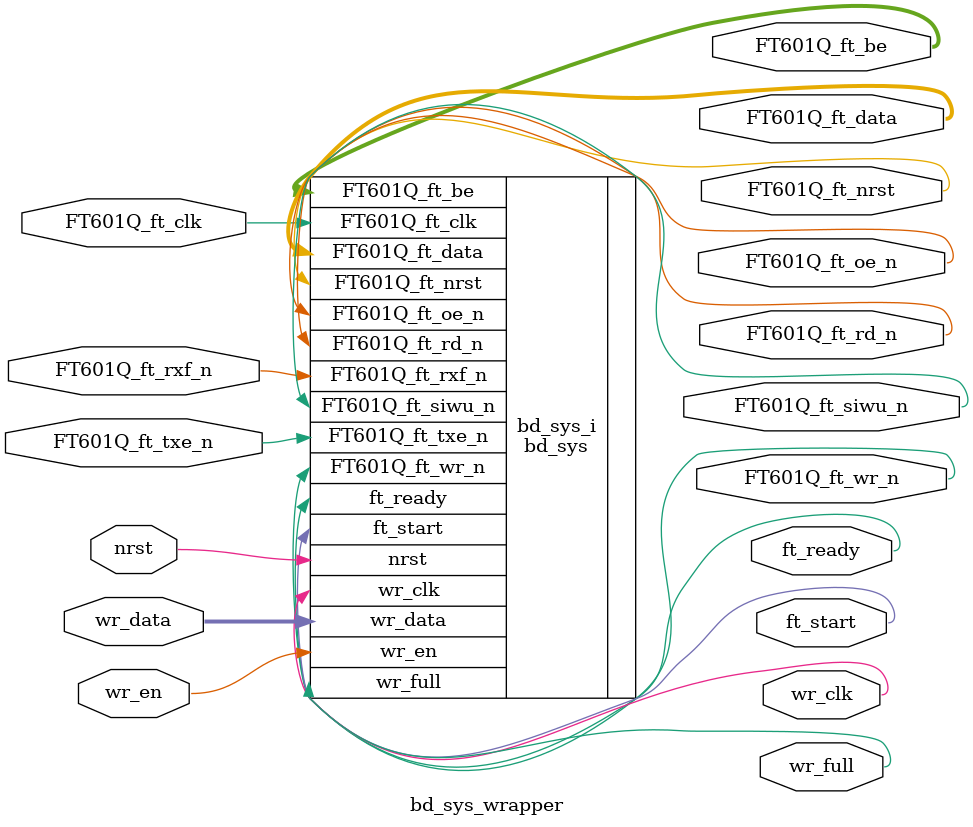
<source format=v>
`timescale 1 ps / 1 ps

module bd_sys_wrapper
   (FT601Q_ft_be,
    FT601Q_ft_clk,
    FT601Q_ft_data,
    FT601Q_ft_nrst,
    FT601Q_ft_oe_n,
    FT601Q_ft_rd_n,
    FT601Q_ft_rxf_n,
    FT601Q_ft_siwu_n,
    FT601Q_ft_txe_n,
    FT601Q_ft_wr_n,
    ft_ready,
    ft_start,
    nrst,
    wr_clk,
    wr_data,
    wr_en,
    wr_full);
  output [3:0]FT601Q_ft_be;
  input FT601Q_ft_clk;
  output [31:0]FT601Q_ft_data;
  output FT601Q_ft_nrst;
  output FT601Q_ft_oe_n;
  output FT601Q_ft_rd_n;
  input FT601Q_ft_rxf_n;
  output FT601Q_ft_siwu_n;
  input FT601Q_ft_txe_n;
  output FT601Q_ft_wr_n;
  output ft_ready;
  output ft_start;
  input nrst;
  output wr_clk;
  input [31:0]wr_data;
  input wr_en;
  output wr_full;

  wire [3:0]FT601Q_ft_be;
  wire FT601Q_ft_clk;
  wire [31:0]FT601Q_ft_data;
  wire FT601Q_ft_nrst;
  wire FT601Q_ft_oe_n;
  wire FT601Q_ft_rd_n;
  wire FT601Q_ft_rxf_n;
  wire FT601Q_ft_siwu_n;
  wire FT601Q_ft_txe_n;
  wire FT601Q_ft_wr_n;
  wire ft_ready;
  wire ft_start;
  wire nrst;
  wire wr_clk;
  wire [31:0]wr_data;
  wire wr_en;
  wire wr_full;

  bd_sys bd_sys_i
       (.FT601Q_ft_be(FT601Q_ft_be),
        .FT601Q_ft_clk(FT601Q_ft_clk),
        .FT601Q_ft_data(FT601Q_ft_data),
        .FT601Q_ft_nrst(FT601Q_ft_nrst),
        .FT601Q_ft_oe_n(FT601Q_ft_oe_n),
        .FT601Q_ft_rd_n(FT601Q_ft_rd_n),
        .FT601Q_ft_rxf_n(FT601Q_ft_rxf_n),
        .FT601Q_ft_siwu_n(FT601Q_ft_siwu_n),
        .FT601Q_ft_txe_n(FT601Q_ft_txe_n),
        .FT601Q_ft_wr_n(FT601Q_ft_wr_n),
        .ft_ready(ft_ready),
        .ft_start(ft_start),
        .nrst(nrst),
        .wr_clk(wr_clk),
        .wr_data(wr_data),
        .wr_en(wr_en),
        .wr_full(wr_full));
endmodule

</source>
